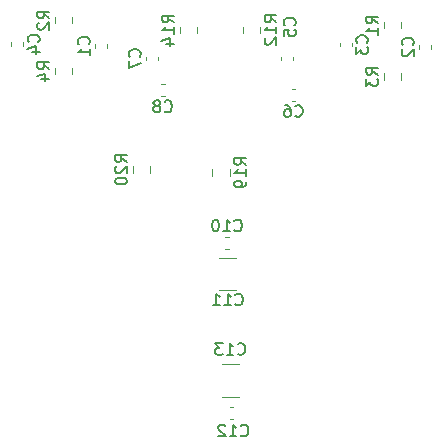
<source format=gbr>
%TF.GenerationSoftware,KiCad,Pcbnew,(6.0.11)*%
%TF.CreationDate,2023-05-27T13:57:12+02:00*%
%TF.ProjectId,Orp-pH Board,4f72702d-7048-4204-926f-6172642e6b69,V1.0*%
%TF.SameCoordinates,Original*%
%TF.FileFunction,Legend,Bot*%
%TF.FilePolarity,Positive*%
%FSLAX46Y46*%
G04 Gerber Fmt 4.6, Leading zero omitted, Abs format (unit mm)*
G04 Created by KiCad (PCBNEW (6.0.11)) date 2023-05-27 13:57:12*
%MOMM*%
%LPD*%
G01*
G04 APERTURE LIST*
%ADD10C,0.150000*%
%ADD11C,0.120000*%
G04 APERTURE END LIST*
D10*
%TO.C,C2*%
X147517142Y-103364833D02*
X147564761Y-103317214D01*
X147612380Y-103174357D01*
X147612380Y-103079119D01*
X147564761Y-102936261D01*
X147469523Y-102841023D01*
X147374285Y-102793404D01*
X147183809Y-102745785D01*
X147040952Y-102745785D01*
X146850476Y-102793404D01*
X146755238Y-102841023D01*
X146660000Y-102936261D01*
X146612380Y-103079119D01*
X146612380Y-103174357D01*
X146660000Y-103317214D01*
X146707619Y-103364833D01*
X146707619Y-103745785D02*
X146660000Y-103793404D01*
X146612380Y-103888642D01*
X146612380Y-104126738D01*
X146660000Y-104221976D01*
X146707619Y-104269595D01*
X146802857Y-104317214D01*
X146898095Y-104317214D01*
X147040952Y-104269595D01*
X147612380Y-103698166D01*
X147612380Y-104317214D01*
%TO.C,C8*%
X126531666Y-108975142D02*
X126579285Y-109022761D01*
X126722142Y-109070380D01*
X126817380Y-109070380D01*
X126960238Y-109022761D01*
X127055476Y-108927523D01*
X127103095Y-108832285D01*
X127150714Y-108641809D01*
X127150714Y-108498952D01*
X127103095Y-108308476D01*
X127055476Y-108213238D01*
X126960238Y-108118000D01*
X126817380Y-108070380D01*
X126722142Y-108070380D01*
X126579285Y-108118000D01*
X126531666Y-108165619D01*
X125960238Y-108498952D02*
X126055476Y-108451333D01*
X126103095Y-108403714D01*
X126150714Y-108308476D01*
X126150714Y-108260857D01*
X126103095Y-108165619D01*
X126055476Y-108118000D01*
X125960238Y-108070380D01*
X125769761Y-108070380D01*
X125674523Y-108118000D01*
X125626904Y-108165619D01*
X125579285Y-108260857D01*
X125579285Y-108308476D01*
X125626904Y-108403714D01*
X125674523Y-108451333D01*
X125769761Y-108498952D01*
X125960238Y-108498952D01*
X126055476Y-108546571D01*
X126103095Y-108594190D01*
X126150714Y-108689428D01*
X126150714Y-108879904D01*
X126103095Y-108975142D01*
X126055476Y-109022761D01*
X125960238Y-109070380D01*
X125769761Y-109070380D01*
X125674523Y-109022761D01*
X125626904Y-108975142D01*
X125579285Y-108879904D01*
X125579285Y-108689428D01*
X125626904Y-108594190D01*
X125674523Y-108546571D01*
X125769761Y-108498952D01*
%TO.C,C5*%
X137517142Y-101687333D02*
X137564761Y-101639714D01*
X137612380Y-101496857D01*
X137612380Y-101401619D01*
X137564761Y-101258761D01*
X137469523Y-101163523D01*
X137374285Y-101115904D01*
X137183809Y-101068285D01*
X137040952Y-101068285D01*
X136850476Y-101115904D01*
X136755238Y-101163523D01*
X136660000Y-101258761D01*
X136612380Y-101401619D01*
X136612380Y-101496857D01*
X136660000Y-101639714D01*
X136707619Y-101687333D01*
X136612380Y-102592095D02*
X136612380Y-102115904D01*
X137088571Y-102068285D01*
X137040952Y-102115904D01*
X136993333Y-102211142D01*
X136993333Y-102449238D01*
X137040952Y-102544476D01*
X137088571Y-102592095D01*
X137183809Y-102639714D01*
X137421904Y-102639714D01*
X137517142Y-102592095D01*
X137564761Y-102544476D01*
X137612380Y-102449238D01*
X137612380Y-102211142D01*
X137564761Y-102115904D01*
X137517142Y-102068285D01*
%TO.C,C4*%
X115833142Y-103111833D02*
X115880761Y-103064214D01*
X115928380Y-102921357D01*
X115928380Y-102826119D01*
X115880761Y-102683261D01*
X115785523Y-102588023D01*
X115690285Y-102540404D01*
X115499809Y-102492785D01*
X115356952Y-102492785D01*
X115166476Y-102540404D01*
X115071238Y-102588023D01*
X114976000Y-102683261D01*
X114928380Y-102826119D01*
X114928380Y-102921357D01*
X114976000Y-103064214D01*
X115023619Y-103111833D01*
X115261714Y-103968976D02*
X115928380Y-103968976D01*
X114880761Y-103730880D02*
X115595047Y-103492785D01*
X115595047Y-104111833D01*
%TO.C,C11*%
X132516357Y-125325142D02*
X132563976Y-125372761D01*
X132706833Y-125420380D01*
X132802071Y-125420380D01*
X132944928Y-125372761D01*
X133040166Y-125277523D01*
X133087785Y-125182285D01*
X133135404Y-124991809D01*
X133135404Y-124848952D01*
X133087785Y-124658476D01*
X133040166Y-124563238D01*
X132944928Y-124468000D01*
X132802071Y-124420380D01*
X132706833Y-124420380D01*
X132563976Y-124468000D01*
X132516357Y-124515619D01*
X131563976Y-125420380D02*
X132135404Y-125420380D01*
X131849690Y-125420380D02*
X131849690Y-124420380D01*
X131944928Y-124563238D01*
X132040166Y-124658476D01*
X132135404Y-124706095D01*
X130611595Y-125420380D02*
X131183023Y-125420380D01*
X130897309Y-125420380D02*
X130897309Y-124420380D01*
X130992547Y-124563238D01*
X131087785Y-124658476D01*
X131183023Y-124706095D01*
%TO.C,C10*%
X132432857Y-119069142D02*
X132480476Y-119116761D01*
X132623333Y-119164380D01*
X132718571Y-119164380D01*
X132861428Y-119116761D01*
X132956666Y-119021523D01*
X133004285Y-118926285D01*
X133051904Y-118735809D01*
X133051904Y-118592952D01*
X133004285Y-118402476D01*
X132956666Y-118307238D01*
X132861428Y-118212000D01*
X132718571Y-118164380D01*
X132623333Y-118164380D01*
X132480476Y-118212000D01*
X132432857Y-118259619D01*
X131480476Y-119164380D02*
X132051904Y-119164380D01*
X131766190Y-119164380D02*
X131766190Y-118164380D01*
X131861428Y-118307238D01*
X131956666Y-118402476D01*
X132051904Y-118450095D01*
X130861428Y-118164380D02*
X130766190Y-118164380D01*
X130670952Y-118212000D01*
X130623333Y-118259619D01*
X130575714Y-118354857D01*
X130528095Y-118545333D01*
X130528095Y-118783428D01*
X130575714Y-118973904D01*
X130623333Y-119069142D01*
X130670952Y-119116761D01*
X130766190Y-119164380D01*
X130861428Y-119164380D01*
X130956666Y-119116761D01*
X131004285Y-119069142D01*
X131051904Y-118973904D01*
X131099523Y-118783428D01*
X131099523Y-118545333D01*
X131051904Y-118354857D01*
X131004285Y-118259619D01*
X130956666Y-118212000D01*
X130861428Y-118164380D01*
%TO.C,R20*%
X123337880Y-113276142D02*
X122861690Y-112942809D01*
X123337880Y-112704714D02*
X122337880Y-112704714D01*
X122337880Y-113085666D01*
X122385500Y-113180904D01*
X122433119Y-113228523D01*
X122528357Y-113276142D01*
X122671214Y-113276142D01*
X122766452Y-113228523D01*
X122814071Y-113180904D01*
X122861690Y-113085666D01*
X122861690Y-112704714D01*
X122433119Y-113657095D02*
X122385500Y-113704714D01*
X122337880Y-113799952D01*
X122337880Y-114038047D01*
X122385500Y-114133285D01*
X122433119Y-114180904D01*
X122528357Y-114228523D01*
X122623595Y-114228523D01*
X122766452Y-114180904D01*
X123337880Y-113609476D01*
X123337880Y-114228523D01*
X122337880Y-114847571D02*
X122337880Y-114942809D01*
X122385500Y-115038047D01*
X122433119Y-115085666D01*
X122528357Y-115133285D01*
X122718833Y-115180904D01*
X122956928Y-115180904D01*
X123147404Y-115133285D01*
X123242642Y-115085666D01*
X123290261Y-115038047D01*
X123337880Y-114942809D01*
X123337880Y-114847571D01*
X123290261Y-114752333D01*
X123242642Y-114704714D01*
X123147404Y-114657095D01*
X122956928Y-114609476D01*
X122718833Y-114609476D01*
X122528357Y-114657095D01*
X122433119Y-114704714D01*
X122385500Y-114752333D01*
X122337880Y-114847571D01*
%TO.C,C12*%
X132976857Y-136421042D02*
X133024476Y-136468661D01*
X133167333Y-136516280D01*
X133262571Y-136516280D01*
X133405428Y-136468661D01*
X133500666Y-136373423D01*
X133548285Y-136278185D01*
X133595904Y-136087709D01*
X133595904Y-135944852D01*
X133548285Y-135754376D01*
X133500666Y-135659138D01*
X133405428Y-135563900D01*
X133262571Y-135516280D01*
X133167333Y-135516280D01*
X133024476Y-135563900D01*
X132976857Y-135611519D01*
X132024476Y-136516280D02*
X132595904Y-136516280D01*
X132310190Y-136516280D02*
X132310190Y-135516280D01*
X132405428Y-135659138D01*
X132500666Y-135754376D01*
X132595904Y-135801995D01*
X131643523Y-135611519D02*
X131595904Y-135563900D01*
X131500666Y-135516280D01*
X131262571Y-135516280D01*
X131167333Y-135563900D01*
X131119714Y-135611519D01*
X131072095Y-135706757D01*
X131072095Y-135801995D01*
X131119714Y-135944852D01*
X131691142Y-136516280D01*
X131072095Y-136516280D01*
%TO.C,C7*%
X124403142Y-104354333D02*
X124450761Y-104306714D01*
X124498380Y-104163857D01*
X124498380Y-104068619D01*
X124450761Y-103925761D01*
X124355523Y-103830523D01*
X124260285Y-103782904D01*
X124069809Y-103735285D01*
X123926952Y-103735285D01*
X123736476Y-103782904D01*
X123641238Y-103830523D01*
X123546000Y-103925761D01*
X123498380Y-104068619D01*
X123498380Y-104163857D01*
X123546000Y-104306714D01*
X123593619Y-104354333D01*
X123498380Y-104687666D02*
X123498380Y-105354333D01*
X124498380Y-104925761D01*
%TO.C,R3*%
X144568380Y-105878333D02*
X144092190Y-105545000D01*
X144568380Y-105306904D02*
X143568380Y-105306904D01*
X143568380Y-105687857D01*
X143616000Y-105783095D01*
X143663619Y-105830714D01*
X143758857Y-105878333D01*
X143901714Y-105878333D01*
X143996952Y-105830714D01*
X144044571Y-105783095D01*
X144092190Y-105687857D01*
X144092190Y-105306904D01*
X143568380Y-106211666D02*
X143568380Y-106830714D01*
X143949333Y-106497380D01*
X143949333Y-106640238D01*
X143996952Y-106735476D01*
X144044571Y-106783095D01*
X144139809Y-106830714D01*
X144377904Y-106830714D01*
X144473142Y-106783095D01*
X144520761Y-106735476D01*
X144568380Y-106640238D01*
X144568380Y-106354523D01*
X144520761Y-106259285D01*
X144473142Y-106211666D01*
%TO.C,R2*%
X116755380Y-101121333D02*
X116279190Y-100788000D01*
X116755380Y-100549904D02*
X115755380Y-100549904D01*
X115755380Y-100930857D01*
X115803000Y-101026095D01*
X115850619Y-101073714D01*
X115945857Y-101121333D01*
X116088714Y-101121333D01*
X116183952Y-101073714D01*
X116231571Y-101026095D01*
X116279190Y-100930857D01*
X116279190Y-100549904D01*
X115850619Y-101502285D02*
X115803000Y-101549904D01*
X115755380Y-101645142D01*
X115755380Y-101883238D01*
X115803000Y-101978476D01*
X115850619Y-102026095D01*
X115945857Y-102073714D01*
X116041095Y-102073714D01*
X116183952Y-102026095D01*
X116755380Y-101454666D01*
X116755380Y-102073714D01*
%TO.C,R4*%
X116755380Y-105417833D02*
X116279190Y-105084500D01*
X116755380Y-104846404D02*
X115755380Y-104846404D01*
X115755380Y-105227357D01*
X115803000Y-105322595D01*
X115850619Y-105370214D01*
X115945857Y-105417833D01*
X116088714Y-105417833D01*
X116183952Y-105370214D01*
X116231571Y-105322595D01*
X116279190Y-105227357D01*
X116279190Y-104846404D01*
X116088714Y-106274976D02*
X116755380Y-106274976D01*
X115707761Y-106036880D02*
X116422047Y-105798785D01*
X116422047Y-106417833D01*
%TO.C,C1*%
X120085142Y-103302333D02*
X120132761Y-103254714D01*
X120180380Y-103111857D01*
X120180380Y-103016619D01*
X120132761Y-102873761D01*
X120037523Y-102778523D01*
X119942285Y-102730904D01*
X119751809Y-102683285D01*
X119608952Y-102683285D01*
X119418476Y-102730904D01*
X119323238Y-102778523D01*
X119228000Y-102873761D01*
X119180380Y-103016619D01*
X119180380Y-103111857D01*
X119228000Y-103254714D01*
X119275619Y-103302333D01*
X120180380Y-104254714D02*
X120180380Y-103683285D01*
X120180380Y-103969000D02*
X119180380Y-103969000D01*
X119323238Y-103873761D01*
X119418476Y-103778523D01*
X119466095Y-103683285D01*
%TO.C,C13*%
X132722857Y-129516142D02*
X132770476Y-129563761D01*
X132913333Y-129611380D01*
X133008571Y-129611380D01*
X133151428Y-129563761D01*
X133246666Y-129468523D01*
X133294285Y-129373285D01*
X133341904Y-129182809D01*
X133341904Y-129039952D01*
X133294285Y-128849476D01*
X133246666Y-128754238D01*
X133151428Y-128659000D01*
X133008571Y-128611380D01*
X132913333Y-128611380D01*
X132770476Y-128659000D01*
X132722857Y-128706619D01*
X131770476Y-129611380D02*
X132341904Y-129611380D01*
X132056190Y-129611380D02*
X132056190Y-128611380D01*
X132151428Y-128754238D01*
X132246666Y-128849476D01*
X132341904Y-128897095D01*
X131437142Y-128611380D02*
X130818095Y-128611380D01*
X131151428Y-128992333D01*
X131008571Y-128992333D01*
X130913333Y-129039952D01*
X130865714Y-129087571D01*
X130818095Y-129182809D01*
X130818095Y-129420904D01*
X130865714Y-129516142D01*
X130913333Y-129563761D01*
X131008571Y-129611380D01*
X131294285Y-129611380D01*
X131389523Y-129563761D01*
X131437142Y-129516142D01*
%TO.C,R1*%
X144568380Y-101538833D02*
X144092190Y-101205500D01*
X144568380Y-100967404D02*
X143568380Y-100967404D01*
X143568380Y-101348357D01*
X143616000Y-101443595D01*
X143663619Y-101491214D01*
X143758857Y-101538833D01*
X143901714Y-101538833D01*
X143996952Y-101491214D01*
X144044571Y-101443595D01*
X144092190Y-101348357D01*
X144092190Y-100967404D01*
X144568380Y-102491214D02*
X144568380Y-101919785D01*
X144568380Y-102205500D02*
X143568380Y-102205500D01*
X143711238Y-102110261D01*
X143806476Y-102015023D01*
X143854095Y-101919785D01*
%TO.C,R19*%
X133428880Y-113530142D02*
X132952690Y-113196809D01*
X133428880Y-112958714D02*
X132428880Y-112958714D01*
X132428880Y-113339666D01*
X132476500Y-113434904D01*
X132524119Y-113482523D01*
X132619357Y-113530142D01*
X132762214Y-113530142D01*
X132857452Y-113482523D01*
X132905071Y-113434904D01*
X132952690Y-113339666D01*
X132952690Y-112958714D01*
X133428880Y-114482523D02*
X133428880Y-113911095D01*
X133428880Y-114196809D02*
X132428880Y-114196809D01*
X132571738Y-114101571D01*
X132666976Y-114006333D01*
X132714595Y-113911095D01*
X133428880Y-114958714D02*
X133428880Y-115149190D01*
X133381261Y-115244428D01*
X133333642Y-115292047D01*
X133190785Y-115387285D01*
X133000309Y-115434904D01*
X132619357Y-115434904D01*
X132524119Y-115387285D01*
X132476500Y-115339666D01*
X132428880Y-115244428D01*
X132428880Y-115053952D01*
X132476500Y-114958714D01*
X132524119Y-114911095D01*
X132619357Y-114863476D01*
X132857452Y-114863476D01*
X132952690Y-114911095D01*
X133000309Y-114958714D01*
X133047928Y-115053952D01*
X133047928Y-115244428D01*
X133000309Y-115339666D01*
X132952690Y-115387285D01*
X132857452Y-115434904D01*
%TO.C,R12*%
X135990380Y-101443642D02*
X135514190Y-101110309D01*
X135990380Y-100872214D02*
X134990380Y-100872214D01*
X134990380Y-101253166D01*
X135038000Y-101348404D01*
X135085619Y-101396023D01*
X135180857Y-101443642D01*
X135323714Y-101443642D01*
X135418952Y-101396023D01*
X135466571Y-101348404D01*
X135514190Y-101253166D01*
X135514190Y-100872214D01*
X135990380Y-102396023D02*
X135990380Y-101824595D01*
X135990380Y-102110309D02*
X134990380Y-102110309D01*
X135133238Y-102015071D01*
X135228476Y-101919833D01*
X135276095Y-101824595D01*
X135085619Y-102776976D02*
X135038000Y-102824595D01*
X134990380Y-102919833D01*
X134990380Y-103157928D01*
X135038000Y-103253166D01*
X135085619Y-103300785D01*
X135180857Y-103348404D01*
X135276095Y-103348404D01*
X135418952Y-103300785D01*
X135990380Y-102729357D01*
X135990380Y-103348404D01*
%TO.C,R14*%
X127296380Y-101465142D02*
X126820190Y-101131809D01*
X127296380Y-100893714D02*
X126296380Y-100893714D01*
X126296380Y-101274666D01*
X126344000Y-101369904D01*
X126391619Y-101417523D01*
X126486857Y-101465142D01*
X126629714Y-101465142D01*
X126724952Y-101417523D01*
X126772571Y-101369904D01*
X126820190Y-101274666D01*
X126820190Y-100893714D01*
X127296380Y-102417523D02*
X127296380Y-101846095D01*
X127296380Y-102131809D02*
X126296380Y-102131809D01*
X126439238Y-102036571D01*
X126534476Y-101941333D01*
X126582095Y-101846095D01*
X126629714Y-103274666D02*
X127296380Y-103274666D01*
X126248761Y-103036571D02*
X126963047Y-102798476D01*
X126963047Y-103417523D01*
%TO.C,C6*%
X137580666Y-109356142D02*
X137628285Y-109403761D01*
X137771142Y-109451380D01*
X137866380Y-109451380D01*
X138009238Y-109403761D01*
X138104476Y-109308523D01*
X138152095Y-109213285D01*
X138199714Y-109022809D01*
X138199714Y-108879952D01*
X138152095Y-108689476D01*
X138104476Y-108594238D01*
X138009238Y-108499000D01*
X137866380Y-108451380D01*
X137771142Y-108451380D01*
X137628285Y-108499000D01*
X137580666Y-108546619D01*
X136723523Y-108451380D02*
X136914000Y-108451380D01*
X137009238Y-108499000D01*
X137056857Y-108546619D01*
X137152095Y-108689476D01*
X137199714Y-108879952D01*
X137199714Y-109260904D01*
X137152095Y-109356142D01*
X137104476Y-109403761D01*
X137009238Y-109451380D01*
X136818761Y-109451380D01*
X136723523Y-109403761D01*
X136675904Y-109356142D01*
X136628285Y-109260904D01*
X136628285Y-109022809D01*
X136675904Y-108927571D01*
X136723523Y-108879952D01*
X136818761Y-108832333D01*
X137009238Y-108832333D01*
X137104476Y-108879952D01*
X137152095Y-108927571D01*
X137199714Y-109022809D01*
%TO.C,C3*%
X143646142Y-103184833D02*
X143693761Y-103137214D01*
X143741380Y-102994357D01*
X143741380Y-102899119D01*
X143693761Y-102756261D01*
X143598523Y-102661023D01*
X143503285Y-102613404D01*
X143312809Y-102565785D01*
X143169952Y-102565785D01*
X142979476Y-102613404D01*
X142884238Y-102661023D01*
X142789000Y-102756261D01*
X142741380Y-102899119D01*
X142741380Y-102994357D01*
X142789000Y-103137214D01*
X142836619Y-103184833D01*
X142741380Y-103518166D02*
X142741380Y-104137214D01*
X143122333Y-103803880D01*
X143122333Y-103946738D01*
X143169952Y-104041976D01*
X143217571Y-104089595D01*
X143312809Y-104137214D01*
X143550904Y-104137214D01*
X143646142Y-104089595D01*
X143693761Y-104041976D01*
X143741380Y-103946738D01*
X143741380Y-103661023D01*
X143693761Y-103565785D01*
X143646142Y-103518166D01*
D11*
%TO.C,C2*%
X148080000Y-103385233D02*
X148080000Y-103677767D01*
X149100000Y-103385233D02*
X149100000Y-103677767D01*
%TO.C,C8*%
X126218733Y-107698000D02*
X126511267Y-107698000D01*
X126218733Y-106678000D02*
X126511267Y-106678000D01*
%TO.C,C5*%
X136396000Y-104374733D02*
X136396000Y-104667267D01*
X137416000Y-104374733D02*
X137416000Y-104667267D01*
%TO.C,C4*%
X113536000Y-103424767D02*
X113536000Y-103132233D01*
X114556000Y-103424767D02*
X114556000Y-103132233D01*
%TO.C,C11*%
X132584752Y-124122100D02*
X131162248Y-124122100D01*
X132584752Y-121402100D02*
X131162248Y-121402100D01*
%TO.C,C10*%
X131936267Y-119632000D02*
X131643733Y-119632000D01*
X131936267Y-120652000D02*
X131643733Y-120652000D01*
%TO.C,R20*%
X123830500Y-113657748D02*
X123830500Y-114180252D01*
X125300500Y-113657748D02*
X125300500Y-114180252D01*
%TO.C,C12*%
X132046233Y-133983000D02*
X132338767Y-133983000D01*
X132046233Y-135003000D02*
X132338767Y-135003000D01*
%TO.C,C7*%
X124966000Y-104374733D02*
X124966000Y-104667267D01*
X125986000Y-104374733D02*
X125986000Y-104667267D01*
%TO.C,R3*%
X146531000Y-105783748D02*
X146531000Y-106306252D01*
X145061000Y-105783748D02*
X145061000Y-106306252D01*
%TO.C,R2*%
X117248000Y-101026748D02*
X117248000Y-101549252D01*
X118718000Y-101026748D02*
X118718000Y-101549252D01*
%TO.C,R4*%
X117248000Y-105323248D02*
X117248000Y-105845752D01*
X118718000Y-105323248D02*
X118718000Y-105845752D01*
%TO.C,C1*%
X120648000Y-103322733D02*
X120648000Y-103615267D01*
X121668000Y-103322733D02*
X121668000Y-103615267D01*
%TO.C,C13*%
X131416248Y-130419100D02*
X132838752Y-130419100D01*
X131416248Y-133139100D02*
X132838752Y-133139100D01*
%TO.C,R1*%
X145061000Y-101444248D02*
X145061000Y-101966752D01*
X146531000Y-101444248D02*
X146531000Y-101966752D01*
%TO.C,R19*%
X130561500Y-114434252D02*
X130561500Y-113911748D01*
X132031500Y-114434252D02*
X132031500Y-113911748D01*
%TO.C,R12*%
X134593000Y-102347752D02*
X134593000Y-101825248D01*
X133123000Y-102347752D02*
X133123000Y-101825248D01*
%TO.C,R14*%
X129259000Y-101846748D02*
X129259000Y-102369252D01*
X127789000Y-101846748D02*
X127789000Y-102369252D01*
%TO.C,C6*%
X137267733Y-107059000D02*
X137560267Y-107059000D01*
X137267733Y-108079000D02*
X137560267Y-108079000D01*
%TO.C,C3*%
X141349000Y-103497767D02*
X141349000Y-103205233D01*
X142369000Y-103497767D02*
X142369000Y-103205233D01*
%TD*%
M02*

</source>
